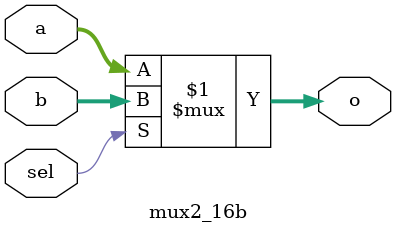
<source format=v>
`timescale 1ns / 1ps
module mux2_16b(
   input [15:0] a,
   input [15:0] b,
   input sel,
   output [15:0] o
	);
	
	//0 -> a, 1 -> b
	assign o = sel ? b : a;
	
endmodule

</source>
